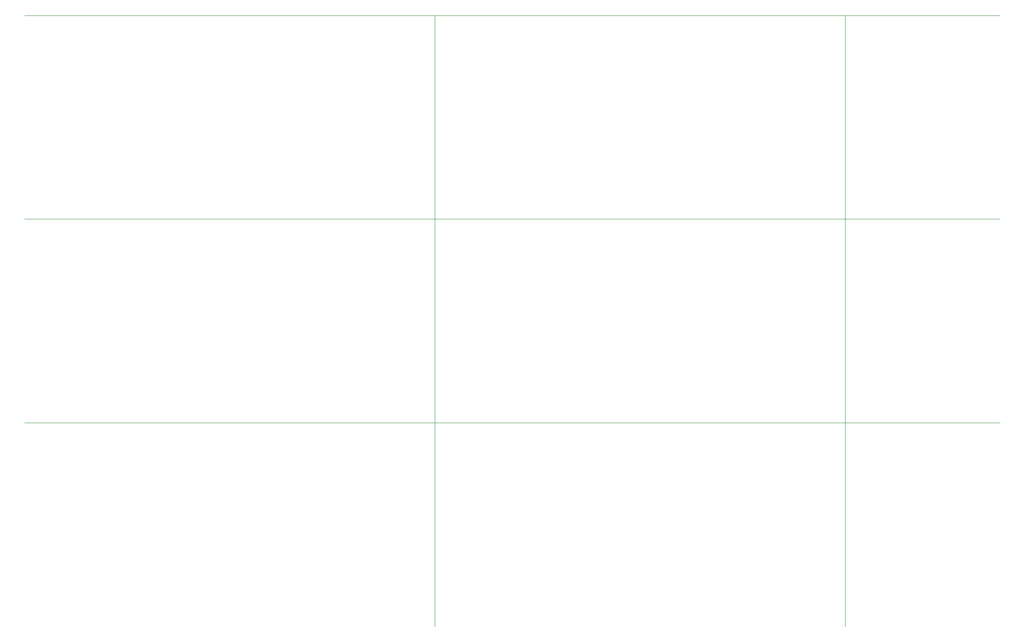
<source format=gbr>
G75*
G71*
%MOMM*%
%OFA0B0*%
%FSLAX53Y53*%
%IPPOS*%
%LPD*%
%ADD10C,0.00100*%
D10*
X0000000Y0040130D02*
X0192020Y0040130D01*
X0000000Y0080260D02*
X0192020Y0080260D01*
X0000000Y0120390D02*
X0192020Y0120390D01*
X0080770Y0000000D02*
X0080770Y0120390D01*
X0161540Y0000000D02*
X0161540Y0120390D01*
M02*

</source>
